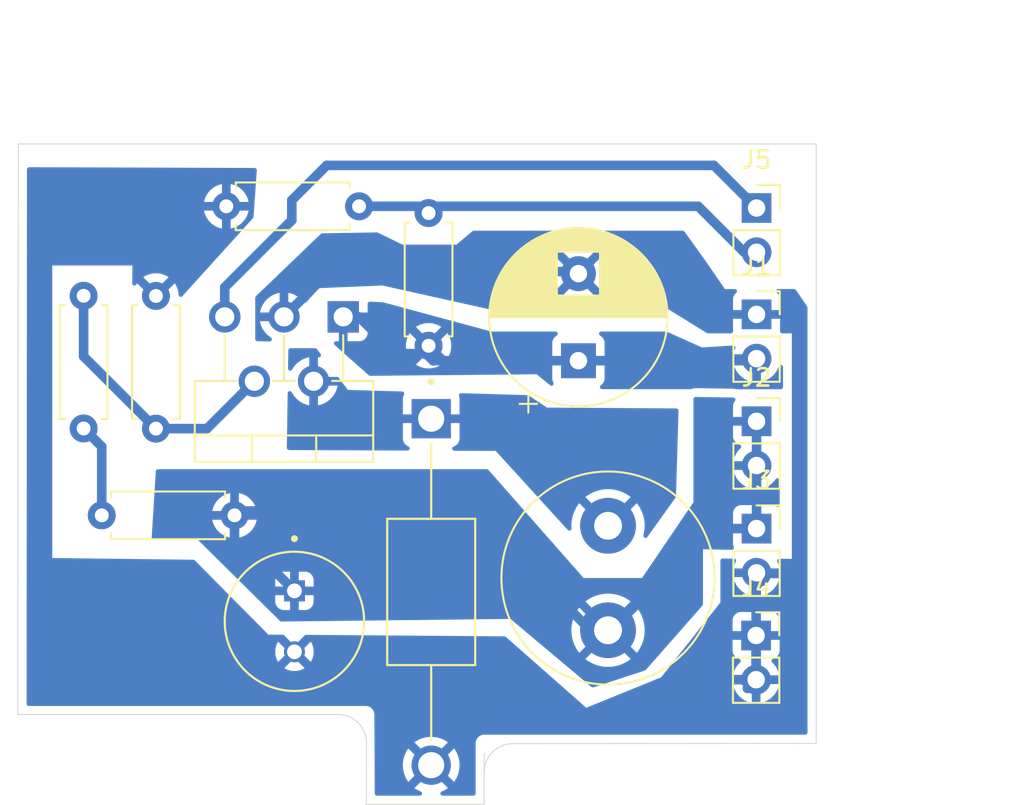
<source format=kicad_pcb>
(kicad_pcb (version 20240108) (generator "pcbnew") (generator_version "8.0")
  (layers (0 "F.Cu" signal) (31 "B.Cu" signal) (34 "B.Paste" user) (35 "F.Paste" user) (36 "B.SilkS" user "B.Silkscreen") (37 "F.SilkS" user "F.Silkscreen") (38 "B.Mask" user) (39 "F.Mask" user) (44 "Edge.Cuts" user))
  (net 0 "")
  (net 1 "GNDREF")
  (net 2 "+6V")
  (net 3 "Net-(J2-Pin_1)")
  (net 4 "Net-(D1-K)")
  (net 5 "Net-(J5-Pin_2)")
  (net 6 "Net-(J5-Pin_1)")
  (net 7 "Net-(U1-FB)")
  (net 8 "Net-(R2-1-Pad2)")
  (footprint "220UFRadialTHCAP:220uFRadialTHCAP" (layer "F.Cu") (at 175.9 47.9375 -90)
    (property "Reference" "C2" (hide yes))
    (property "Value" "220u" (hide yes))
    (fp_circle (center -4.75 0) (end -4.65 0) (stroke (width 0.2)) (fill none) (layer "F.SilkS"))
    (fp_circle (center 0 0) (end 4 0) (stroke (width 0.127)) (fill none) (layer "F.SilkS"))
    (pad "1" thru_hole rect (at -1.75 0 270) (size 1.2 1.2) (drill 0.85) (layers "*.Cu" "*.Mask") (net 3 "Net-(J2-Pin_1)"))
    (pad "2" thru_hole circle (at 1.75 0 270) (size 1.2 1.2) (drill 0.85) (layers "*.Cu" "*.Mask") (net 1 "GNDREF"))
  )
  (footprint "Resistor_THT:R_Axial_DIN0207_L6.3mm_D2.5mm_P7.62mm_Horizontal" (layer "F.Cu") (at 167.95 29.25 -90)
    (property "Reference" "R3" (hide yes))
    (property "Value" "82k")
    (fp_line (start 0.54 1.37) (end 7.08 1.37) (stroke (width 0.12)) (layer "F.SilkS"))
    (fp_line (start 7.08 1.37) (end 7.08 1.04) (stroke (width 0.12)) (layer "F.SilkS"))
    (fp_line (start 0.54 1.04) (end 0.54 1.37) (stroke (width 0.12)) (layer "F.SilkS"))
    (fp_line (start 0.54 -1.04) (end 0.54 -1.37) (stroke (width 0.12)) (layer "F.SilkS"))
    (fp_line (start 0.54 -1.37) (end 7.08 -1.37) (stroke (width 0.12)) (layer "F.SilkS"))
    (fp_line (start 7.08 -1.37) (end 7.08 -1.04) (stroke (width 0.12)) (layer "F.SilkS"))
    (pad "1" thru_hole circle (at 0 0 270) (size 1.6 1.6) (drill 0.8) (layers "*.Cu" "*.Mask") (net 1 "GNDREF"))
    (pad "2" thru_hole oval (at 7.62 0 270) (size 1.6 1.6) (drill 0.8) (layers "*.Cu" "*.Mask") (net 7 "Net-(U1-FB)"))
  )
  (footprint "Resistor_THT:R_Axial_DIN0207_L6.3mm_D2.5mm_P7.62mm_Horizontal" (layer "F.Cu") (at 179.61 24.1 180)
    (property "Reference" "R2" (hide yes))
    (property "Value" "82K")
    (fp_line (start 7.08 1.37) (end 7.08 1.04) (stroke (width 0.12)) (layer "F.SilkS"))
    (fp_line (start 7.08 -1.37) (end 7.08 -1.04) (stroke (width 0.12)) (layer "F.SilkS"))
    (fp_line (start 0.54 1.37) (end 7.08 1.37) (stroke (width 0.12)) (layer "F.SilkS"))
    (fp_line (start 0.54 1.04) (end 0.54 1.37) (stroke (width 0.12)) (layer "F.SilkS"))
    (fp_line (start 0.54 -1.04) (end 0.54 -1.37) (stroke (width 0.12)) (layer "F.SilkS"))
    (fp_line (start 0.54 -1.37) (end 7.08 -1.37) (stroke (width 0.12)) (layer "F.SilkS"))
    (pad "1" thru_hole circle (at 0 0 180) (size 1.6 1.6) (drill 0.8) (layers "*.Cu" "*.Mask") (net 5 "Net-(J5-Pin_2)"))
    (pad "2" thru_hole oval (at 7.62 0 180) (size 1.6 1.6) (drill 0.8) (layers "*.Cu" "*.Mask") (net 1 "GNDREF"))
  )
  (footprint "Inductor_THT:L_Radial_D12.0mm_P6.00mm_Murata_1900R" (layer "F.Cu") (at 193.9 48.45 90)
    (property "Reference" "L1" (hide yes))
    (property "Value" "68m" (hide yes))
    (fp_circle (center 3 0) (end 9.12 0) (stroke (width 0.12)) (fill none) (layer "F.SilkS"))
    (pad "1" thru_hole circle (at 0 0 90) (size 3.2 3.2) (drill 1.6) (layers "*.Cu" "*.Mask") (net 3 "Net-(J2-Pin_1)"))
    (pad "2" thru_hole circle (at 6 0 90) (size 3.2 3.2) (drill 1.6) (layers "*.Cu" "*.Mask") (net 4 "Net-(D1-K)"))
  )
  (footprint "Resistor_THT:R_Axial_DIN0207_L6.3mm_D2.5mm_P7.62mm_Horizontal" (layer "F.Cu") (at 183.6 32.11 90)
    (property "Reference" "R1" (hide yes))
    (property "Value" "160k")
    (fp_line (start 7.08 -1.37) (end 7.08 -1.04) (stroke (width 0.12)) (layer "F.SilkS"))
    (fp_line (start 0.54 -1.37) (end 7.08 -1.37) (stroke (width 0.12)) (layer "F.SilkS"))
    (fp_line (start 0.54 -1.04) (end 0.54 -1.37) (stroke (width 0.12)) (layer "F.SilkS"))
    (fp_line (start 0.54 1.04) (end 0.54 1.37) (stroke (width 0.12)) (layer "F.SilkS"))
    (fp_line (start 7.08 1.37) (end 7.08 1.04) (stroke (width 0.12)) (layer "F.SilkS"))
    (fp_line (start 0.54 1.37) (end 7.08 1.37) (stroke (width 0.12)) (layer "F.SilkS"))
    (pad "1" thru_hole circle (at 0 0 90) (size 1.6 1.6) (drill 0.8) (layers "*.Cu" "*.Mask") (net 2 "+6V"))
    (pad "2" thru_hole oval (at 7.62 0 90) (size 1.6 1.6) (drill 0.8) (layers "*.Cu" "*.Mask") (net 5 "Net-(J5-Pin_2)"))
  )
  (footprint "Connector_PinSocket_2.54mm:PinSocket_1x02_P2.54mm_Vertical" (layer "F.Cu") (at 202.425 36.45)
    (property "Reference" "J2" (at 0 -2.51 0) (layer "F.SilkS"))
    (property "Value" "Conn_01x02_Socket" (hide yes))
    (fp_line (start -1.33 1.27) (end -1.33 3.87) (stroke (width 0.12)) (layer "F.SilkS"))
    (fp_line (start -1.33 1.27) (end 1.33 1.27) (stroke (width 0.12)) (layer "F.SilkS"))
    (fp_line (start -1.33 3.87) (end 1.33 3.87) (stroke (width 0.12)) (layer "F.SilkS"))
    (fp_line (start 0 -1.33) (end 1.33 -1.33) (stroke (width 0.12)) (layer "F.SilkS"))
    (fp_line (start 1.33 -1.33) (end 1.33 0) (stroke (width 0.12)) (layer "F.SilkS"))
    (fp_line (start 1.33 1.27) (end 1.33 3.87) (stroke (width 0.12)) (layer "F.SilkS"))
    (pad "1" thru_hole rect (at 0 0) (size 1.7 1.7) (drill 1) (layers "*.Cu" "*.Mask") (net 3 "Net-(J2-Pin_1)"))
    (pad "2" thru_hole oval (at 0 2.54) (size 1.7 1.7) (drill 1) (layers "*.Cu" "*.Mask") (net 3 "Net-(J2-Pin_1)"))
  )
  (footprint "Resistor_THT:R_Axial_DIN0207_L6.3mm_D2.5mm_P7.62mm_Horizontal" (layer "F.Cu") (at 164.84 41.85)
    (property "Reference" "R2-2" (hide yes))
    (property "Value" "120k")
    (fp_line (start 0.54 -1.37) (end 7.08 -1.37) (stroke (width 0.12)) (layer "F.SilkS"))
    (fp_line (start 0.54 -1.04) (end 0.54 -1.37) (stroke (width 0.12)) (layer "F.SilkS"))
    (fp_line (start 0.54 1.04) (end 0.54 1.37) (stroke (width 0.12)) (layer "F.SilkS"))
    (fp_line (start 0.54 1.37) (end 7.08 1.37) (stroke (width 0.12)) (layer "F.SilkS"))
    (fp_line (start 7.08 -1.37) (end 7.08 -1.04) (stroke (width 0.12)) (layer "F.SilkS"))
    (fp_line (start 7.08 1.37) (end 7.08 1.04) (stroke (width 0.12)) (layer "F.SilkS"))
    (pad "1" thru_hole circle (at 0 0) (size 1.6 1.6) (drill 0.8) (layers "*.Cu" "*.Mask") (net 8 "Net-(R2-1-Pad2)"))
    (pad "2" thru_hole oval (at 7.62 0) (size 1.6 1.6) (drill 0.8) (layers "*.Cu" "*.Mask") (net 3 "Net-(J2-Pin_1)"))
  )
  (footprint "SchottkyDIodeFor491:DIOAD1990W125L840D530" (layer "F.Cu") (at 183.75 46.25 -90)
    (property "Reference" "D1" (hide yes))
    (property "Value" "D_Schottky")
    (fp_line (start -4.2 2.525) (end 4.2 2.525) (stroke (width 0.127)) (layer "F.SilkS"))
    (fp_line (start 4.2 2.525) (end 4.2 0) (stroke (width 0.127)) (layer "F.SilkS"))
    (fp_line (start -4.2 0) (end -4.2 2.525) (stroke (width 0.127)) (layer "F.SilkS"))
    (fp_line (start -4.2 0) (end -8.505 0) (stroke (width 0.127)) (layer "F.SilkS"))
    (fp_line (start 4.2 0) (end 8.505 0) (stroke (width 0.127)) (layer "F.SilkS"))
    (fp_line (start 4.2 0) (end 4.2 -2.525) (stroke (width 0.127)) (layer "F.SilkS"))
    (fp_line (start -4.2 -2.525) (end -4.2 0) (stroke (width 0.127)) (layer "F.SilkS"))
    (fp_line (start 4.2 -2.525) (end -4.2 -2.525) (stroke (width 0.127)) (layer "F.SilkS"))
    (fp_circle (center -12.075 0) (end -11.975 0) (stroke (width 0.2)) (fill none) (layer "F.SilkS"))
    (pad "1" thru_hole rect (at -9.95 0 270) (size 2.25 2.25) (drill 1.5) (layers "*.Cu" "*.Mask") (net 4 "Net-(D1-K)"))
    (pad "2" thru_hole circle (at 9.95 0 270) (size 2.25 2.25) (drill 1.5) (layers "*.Cu" "*.Mask") (net 1 "GNDREF"))
  )
  (footprint "Connector_PinSocket_2.54mm:PinSocket_1x02_P2.54mm_Vertical" (layer "F.Cu") (at 202.425 30.31)
    (property "Reference" "J1" (at 0 -2.77 0) (layer "F.SilkS"))
    (property "Value" "Conn_01x02_Socket" (hide yes))
    (fp_line (start -1.33 1.27) (end -1.33 3.87) (stroke (width 0.12)) (layer "F.SilkS"))
    (fp_line (start -1.33 1.27) (end 1.33 1.27) (stroke (width 0.12)) (layer "F.SilkS"))
    (fp_line (start -1.33 3.87) (end 1.33 3.87) (stroke (width 0.12)) (layer "F.SilkS"))
    (fp_line (start 0 -1.33) (end 1.33 -1.33) (stroke (width 0.12)) (layer "F.SilkS"))
    (fp_line (start 1.33 -1.33) (end 1.33 0) (stroke (width 0.12)) (layer "F.SilkS"))
    (fp_line (start 1.33 1.27) (end 1.33 3.87) (stroke (width 0.12)) (layer "F.SilkS"))
    (pad "1" thru_hole rect (at 0 0) (size 1.7 1.7) (drill 1) (layers "*.Cu" "*.Mask") (net 1 "GNDREF"))
    (pad "2" thru_hole oval (at 0 2.54) (size 1.7 1.7) (drill 1) (layers "*.Cu" "*.Mask") (net 2 "+6V"))
  )
  (footprint "Package_TO_SOT_THT:TO-220-5_P3.4x3.7mm_StaggerOdd_Lead3.8mm_Vertical" (layer "F.Cu") (at 178.7 30.45 180)
    (property "Reference" "U1" (hide yes))
    (property "Value" "LM2596T-3.3")
    (fp_line (start 8.52 -8.32) (end 8.52 -3.679) (stroke (width 0.12)) (layer "F.SilkS"))
    (fp_line (start 6.8 -3.679) (end 6.8 -1.065) (stroke (width 0.12)) (layer "F.SilkS"))
    (fp_line (start 6.165 -3.679) (end 8.52 -3.679) (stroke (width 0.12)) (layer "F.SilkS"))
    (fp_line (start 5.25 -8.32) (end 5.25 -6.811) (stroke (width 0.12)) (layer "F.SilkS"))
    (fp_line (start 3.4 -3.679) (end 3.4 -1.065) (stroke (width 0.12)) (layer "F.SilkS"))
    (fp_line (start 2.765 -3.679) (end 4.035 -3.679) (stroke (width 0.12)) (layer "F.SilkS"))
    (fp_line (start 1.55 -8.32) (end 1.55 -6.811) (stroke (width 0.12)) (layer "F.SilkS"))
    (fp_line (start 0 -3.679) (end 0 -1.049) (stroke (width 0.12)) (layer "F.SilkS"))
    (fp_line (start -1.721 -3.679) (end 0.635 -3.679) (stroke (width 0.12)) (layer "F.SilkS"))
    (fp_line (start -1.721 -6.811) (end 8.52 -6.811) (stroke (width 0.12)) (layer "F.SilkS"))
    (fp_line (start -1.721 -8.32) (end 8.52 -8.32) (stroke (width 0.12)) (layer "F.SilkS"))
    (fp_line (start -1.721 -8.32) (end -1.721 -3.679) (stroke (width 0.12)) (layer "F.SilkS"))
    (pad "1" thru_hole rect (at 0 0 180) (size 1.8 1.8) (drill 1.1) (layers "*.Cu" "*.Mask") (net 2 "+6V"))
    (pad "2" thru_hole oval (at 1.7 -3.7 180) (size 1.8 1.8) (drill 1.1) (layers "*.Cu" "*.Mask") (net 4 "Net-(D1-K)"))
    (pad "3" thru_hole oval (at 3.4 0 180) (size 1.8 1.8) (drill 1.1) (layers "*.Cu" "*.Mask") (net 1 "GNDREF"))
    (pad "4" thru_hole oval (at 5.1 -3.7 180) (size 1.8 1.8) (drill 1.1) (layers "*.Cu" "*.Mask") (net 7 "Net-(U1-FB)"))
    (pad "5" thru_hole oval (at 6.8 0 180) (size 1.8 1.8) (drill 1.1) (layers "*.Cu" "*.Mask") (net 6 "Net-(J5-Pin_1)"))
  )
  (footprint "Connector_PinSocket_2.54mm:PinSocket_1x02_P2.54mm_Vertical" (layer "F.Cu") (at 202.425 42.61)
    (property "Reference" "J3" (at 0 -2.77 0) (layer "F.SilkS"))
    (property "Value" "Conn_01x02_Socket" (hide yes))
    (fp_line (start -1.33 1.27) (end -1.33 3.87) (stroke (width 0.12)) (layer "F.SilkS"))
    (fp_line (start -1.33 1.27) (end 1.33 1.27) (stroke (width 0.12)) (layer "F.SilkS"))
    (fp_line (start -1.33 3.87) (end 1.33 3.87) (stroke (width 0.12)) (layer "F.SilkS"))
    (fp_line (start 0 -1.33) (end 1.33 -1.33) (stroke (width 0.12)) (layer "F.SilkS"))
    (fp_line (start 1.33 -1.33) (end 1.33 0) (stroke (width 0.12)) (layer "F.SilkS"))
    (fp_line (start 1.33 1.27) (end 1.33 3.87) (stroke (width 0.12)) (layer "F.SilkS"))
    (pad "1" thru_hole rect (at 0 0) (size 1.7 1.7) (drill 1) (layers "*.Cu" "*.Mask") (net 3 "Net-(J2-Pin_1)"))
    (pad "2" thru_hole oval (at 0 2.54) (size 1.7 1.7) (drill 1) (layers "*.Cu" "*.Mask") (net 1 "GNDREF"))
  )
  (footprint "Resistor_THT:R_Axial_DIN0207_L6.3mm_D2.5mm_P7.62mm_Horizontal" (layer "F.Cu") (at 163.8 29.24 -90)
    (property "Reference" "R2-1" (hide yes))
    (property "Value" "18k")
    (fp_line (start 0.54 1.37) (end 7.08 1.37) (stroke (width 0.12)) (layer "F.SilkS"))
    (fp_line (start 7.08 1.37) (end 7.08 1.04) (stroke (width 0.12)) (layer "F.SilkS"))
    (fp_line (start 0.54 1.04) (end 0.54 1.37) (stroke (width 0.12)) (layer "F.SilkS"))
    (fp_line (start 0.54 -1.04) (end 0.54 -1.37) (stroke (width 0.12)) (layer "F.SilkS"))
    (fp_line (start 0.54 -1.37) (end 7.08 -1.37) (stroke (width 0.12)) (layer "F.SilkS"))
    (fp_line (start 7.08 -1.37) (end 7.08 -1.04) (stroke (width 0.12)) (layer "F.SilkS"))
    (pad "1" thru_hole circle (at 0 0 270) (size 1.6 1.6) (drill 0.8) (layers "*.Cu" "*.Mask") (net 7 "Net-(U1-FB)"))
    (pad "2" thru_hole oval (at 7.62 0 270) (size 1.6 1.6) (drill 0.8) (layers "*.Cu" "*.Mask") (net 8 "Net-(R2-1-Pad2)"))
  )
  (footprint "Connector_PinSocket_2.54mm:PinSocket_1x02_P2.54mm_Vertical" (layer "F.Cu") (at 202.425 24.2)
    (property "Reference" "J5" (at 0 -2.77 0) (layer "F.SilkS"))
    (property "Value" "Conn_01x02_Socket" (hide yes))
    (fp_line (start -1.33 1.27) (end -1.33 3.87) (stroke (width 0.12)) (layer "F.SilkS"))
    (fp_line (start -1.33 1.27) (end 1.33 1.27) (stroke (width 0.12)) (layer "F.SilkS"))
    (fp_line (start -1.33 3.87) (end 1.33 3.87) (stroke (width 0.12)) (layer "F.SilkS"))
    (fp_line (start 0 -1.33) (end 1.33 -1.33) (stroke (width 0.12)) (layer "F.SilkS"))
    (fp_line (start 1.33 -1.33) (end 1.33 0) (stroke (width 0.12)) (layer "F.SilkS"))
    (fp_line (start 1.33 1.27) (end 1.33 3.87) (stroke (width 0.12)) (layer "F.SilkS"))
    (pad "1" thru_hole rect (at 0 0) (size 1.7 1.7) (drill 1) (layers "*.Cu" "*.Mask") (net 6 "Net-(J5-Pin_1)"))
    (pad "2" thru_hole oval (at 0 2.54) (size 1.7 1.7) (drill 1) (layers "*.Cu" "*.Mask") (net 5 "Net-(J5-Pin_2)"))
  )
  (footprint "Connector_PinSocket_2.54mm:PinSocket_1x02_P2.54mm_Vertical" (layer "F.Cu") (at 202.4 48.75)
    (property "Reference" "J4" (at 0 -2.77 0) (layer "F.SilkS"))
    (property "Value" "Conn_01x02_Socket" (hide yes))
    (fp_line (start -1.33 1.27) (end -1.33 3.87) (stroke (width 0.12)) (layer "F.SilkS"))
    (fp_line (start -1.33 1.27) (end 1.33 1.27) (stroke (width 0.12)) (layer "F.SilkS"))
    (fp_line (start -1.33 3.87) (end 1.33 3.87) (stroke (width 0.12)) (layer "F.SilkS"))
    (fp_line (start 0 -1.33) (end 1.33 -1.33) (stroke (width 0.12)) (layer "F.SilkS"))
    (fp_line (start 1.33 -1.33) (end 1.33 0) (stroke (width 0.12)) (layer "F.SilkS"))
    (fp_line (start 1.33 1.27) (end 1.33 3.87) (stroke (width 0.12)) (layer "F.SilkS"))
    (pad "1" thru_hole rect (at 0 0) (size 1.7 1.7) (drill 1) (layers "*.Cu" "*.Mask") (net 1 "GNDREF"))
    (pad "2" thru_hole oval (at 0 2.54) (size 1.7 1.7) (drill 1) (layers "*.Cu" "*.Mask") (net 1 "GNDREF"))
  )
  (footprint "Capacitor_THT:CP_Radial_D10.0mm_P5.00mm" (layer "F.Cu") (at 192.2 32.967677 90)
    (property "Reference" "C1" (hide yes))
    (property "Value" "470 uF" (hide yes))
    (fp_line (start 2.58 -5.08) (end 2.58 5.08) (stroke (width 0.12)) (layer "F.SilkS"))
    (fp_line (start 2.54 -5.08) (end 2.54 5.08) (stroke (width 0.12)) (layer "F.SilkS"))
    (fp_line (start 2.5 -5.08) (end 2.5 5.08) (stroke (width 0.12)) (layer "F.SilkS"))
    (fp_line (start 2.62 -5.079) (end 2.62 5.079) (stroke (width 0.12)) (layer "F.SilkS"))
    (fp_line (start 2.66 -5.078) (end 2.66 5.078) (stroke (width 0.12)) (layer "F.SilkS"))
    (fp_line (start 2.7 -5.077) (end 2.7 5.077) (stroke (width 0.12)) (layer "F.SilkS"))
    (fp_line (start 2.74 -5.075) (end 2.74 5.075) (stroke (width 0.12)) (layer "F.SilkS"))
    (fp_line (start 2.78 -5.073) (end 2.78 5.073) (stroke (width 0.12)) (layer "F.SilkS"))
    (fp_line (start 2.82 -5.07) (end 2.82 5.07) (stroke (width 0.12)) (layer "F.SilkS"))
    (fp_line (start 2.86 -5.068) (end 2.86 5.068) (stroke (width 0.12)) (layer "F.SilkS"))
    (fp_line (start 2.9 -5.065) (end 2.9 5.065) (stroke (width 0.12)) (layer "F.SilkS"))
    (fp_line (start 2.94 -5.062) (end 2.94 5.062) (stroke (width 0.12)) (layer "F.SilkS"))
    (fp_line (start 2.98 -5.058) (end 2.98 5.058) (stroke (width 0.12)) (layer "F.SilkS"))
    (fp_line (start 3.02 -5.054) (end 3.02 5.054) (stroke (width 0.12)) (layer "F.SilkS"))
    (fp_line (start 3.06 -5.05) (end 3.06 5.05) (stroke (width 0.12)) (layer "F.SilkS"))
    (fp_line (start 3.1 -5.045) (end 3.1 5.045) (stroke (width 0.12)) (layer "F.SilkS"))
    (fp_line (start 3.14 -5.04) (end 3.14 5.04) (stroke (width 0.12)) (layer "F.SilkS"))
    (fp_line (start 3.18 -5.035) (end 3.18 5.035) (stroke (width 0.12)) (layer "F.SilkS"))
    (fp_line (start 3.221 -5.03) (end 3.221 5.03) (stroke (width 0.12)) (layer "F.SilkS"))
    (fp_line (start 3.261 -5.024) (end 3.261 5.024) (stroke (width 0.12)) (layer "F.SilkS"))
    (fp_line (start 3.301 -5.018) (end 3.301 5.018) (stroke (width 0.12)) (layer "F.SilkS"))
    (fp_line (start 3.341 -5.011) (end 3.341 5.011) (stroke (width 0.12)) (layer "F.SilkS"))
    (fp_line (start 3.381 -5.004) (end 3.381 5.004) (stroke (width 0.12)) (layer "F.SilkS"))
    (fp_line (start 3.421 -4.997) (end 3.421 4.997) (stroke (width 0.12)) (layer "F.SilkS"))
    (fp_line (start 3.461 -4.99) (end 3.461 4.99) (stroke (width 0.12)) (layer "F.SilkS"))
    (fp_line (start 3.501 -4.982) (end 3.501 4.982) (stroke (width 0.12)) (layer "F.SilkS"))
    (fp_line (start 3.541 -4.974) (end 3.541 4.974) (stroke (width 0.12)) (layer "F.SilkS"))
    (fp_line (start 3.581 -4.965) (end 3.581 4.965) (stroke (width 0.12)) (layer "F.SilkS"))
    (fp_line (start 3.621 -4.956) (end 3.621 4.956) (stroke (width 0.12)) (layer "F.SilkS"))
    (fp_line (start 3.661 -4.947) (end 3.661 4.947) (stroke (width 0.12)) (layer "F.SilkS"))
    (fp_line (start 3.701 -4.938) (end 3.701 4.938) (stroke (width 0.12)) (layer "F.SilkS"))
    (fp_line (start 3.741 -4.928) (end 3.741 4.928) (stroke (width 0.12)) (layer "F.SilkS"))
    (fp_line (start 3.781 -4.918) (end 3.781 -1.241) (stroke (width 0.12)) (layer "F.SilkS"))
    (fp_line (start 3.821 -4.907) (end 3.821 -1.241) (stroke (width 0.12)) (layer "F.SilkS"))
    (fp_line (start 3.861 -4.897) (end 3.861 -1.241) (stroke (width 0.12)) (layer "F.SilkS"))
    (fp_line (start 3.901 -4.885) (end 3.901 -1.241) (stroke (width 0.12)) (layer "F.SilkS"))
    (fp_line (start 3.941 -4.874) (end 3.941 -1.241) (stroke (width 0.12)) (layer "F.SilkS"))
    (fp_line (start 3.981 -4.862) (end 3.981 -1.241) (stroke (width 0.12)) (layer "F.SilkS"))
    (fp_line (start 4.021 -4.85) (end 4.021 -1.241) (stroke (width 0.12)) (layer "F.SilkS"))
    (fp_line (start 4.061 -4.837) (end 4.061 -1.241) (stroke (width 0.12)) (layer "F.SilkS"))
    (fp_line (start 4.101 -4.824) (end 4.101 -1.241) (stroke (width 0.12)) (layer "F.SilkS"))
    (fp_line (start 4.141 -4.811) (end 4.141 -1.241) (stroke (width 0.12)) (layer "F.SilkS"))
    (fp_line (start 4.181 -4.797) (end 4.181 -1.241) (stroke (width 0.12)) (layer "F.SilkS"))
    (fp_line (start 4.221 -4.783) (end 4.221 -1.241) (stroke (width 0.12)) (layer "F.SilkS"))
    (fp_line (start 4.261 -4.768) (end 4.261 -1.241) (stroke (width 0.12)) (layer "F.SilkS"))
    (fp_line (start 4.301 -4.754) (end 4.301 -1.241) (stroke (width 0.12)) (layer "F.SilkS"))
    (fp_line (start 4.341 -4.738) (end 4.341 -1.241) (stroke (width 0.12)) (layer "F.SilkS"))
    (fp_line (start 4.381 -4.723) (end 4.381 -1.241) (stroke (width 0.12)) (layer "F.SilkS"))
    (fp_line (start 4.421 -4.707) (end 4.421 -1.241) (stroke (width 0.12)) (layer "F.SilkS"))
    (fp_line (start 4.461 -4.69) (end 4.461 -1.241) (stroke (width 0.12)) (layer "F.SilkS"))
    (fp_line (start 4.501 -4.674) (end 4.501 -1.241) (stroke (width 0.12)) (layer "F.SilkS"))
    (fp_line (start 4.541 -4.657) (end 4.541 -1.241) (stroke (width 0.12)) (layer "F.SilkS"))
    (fp_line (start 4.581 -4.639) (end 4.581 -1.241) (stroke (width 0.12)) (layer "F.SilkS"))
    (fp_line (start 4.621 -4.621) (end 4.621 -1.241) (stroke (width 0.12)) (layer "F.SilkS"))
    (fp_line (start 4.661 -4.603) (end 4.661 -1.241) (stroke (width 0.12)) (layer "F.SilkS"))
    (fp_line (start 4.701 -4.584) (end 4.701 -1.241) (stroke (width 0.12)) (layer "F.SilkS"))
    (fp_line (start 4.741 -4.564) (end 4.741 -1.241) (stroke (width 0.12)) (layer "F.SilkS"))
    (fp_line (start 4.781 -4.545) (end 4.781 -1.241) (stroke (width 0.12)) (layer "F.SilkS"))
    (fp_line (start 4.821 -4.525) (end 4.821 -1.241) (stroke (width 0.12)) (layer "F.SilkS"))
    (fp_line (start 4.861 -4.504) (end 4.861 -1.241) (stroke (width 0.12)) (layer "F.SilkS"))
    (fp_line (start 4.901 -4.483) (end 4.901 -1.241) (stroke (width 0.12)) (layer "F.SilkS"))
    (fp_line (start 4.941 -4.462) (end 4.941 -1.241) (stroke (width 0.12)) (layer "F.SilkS"))
    (fp_line (start 4.981 -4.44) (end 4.981 -1.241) (stroke (width 0.12)) (layer "F.SilkS"))
    (fp_line (start 5.021 -4.417) (end 5.021 -1.241) (stroke (width 0.12)) (layer "F.SilkS"))
    (fp_line (start 5.061 -4.395) (end 5.061 -1.241) (stroke (width 0.12)) (layer "F.SilkS"))
    (fp_line (start 5.101 -4.371) (end 5.101 -1.241) (stroke (width 0.12)) (layer "F.SilkS"))
    (fp_line (start 5.141 -4.347) (end 5.141 -1.241) (stroke (width 0.12)) (layer "F.SilkS"))
    (fp_line (start 5.181 -4.323) (end 5.181 -1.241) (stroke (width 0.12)) (layer "F.SilkS"))
    (fp_line (start 5.221 -4.298) (end 5.221 -1.241) (stroke (width 0.12)) (layer "F.SilkS"))
    (fp_line (start 5.261 -4.273) (end 5.261 -1.241) (stroke (width 0.12)) (layer "F.SilkS"))
    (fp_line (start 5.301 -4.247) (end 5.301 -1.241) (stroke (width 0.12)) (layer "F.SilkS"))
    (fp_line (start 5.341 -4.221) (end 5.341 -1.241) (stroke (width 0.12)) (layer "F.SilkS"))
    (fp_line (start 5.381 -4.194) (end 5.381 -1.241) (stroke (width 0.12)) (layer "F.SilkS"))
    (fp_line (start 5.421 -4.166) (end 5.421 -1.241) (stroke (width 0.12)) (layer "F.SilkS"))
    (fp_line (start 5.461 -4.138) (end 5.461 -1.241) (stroke (width 0.12)) (layer "F.SilkS"))
    (fp_line (start 5.501 -4.11) (end 5.501 -1.241) (stroke (width 0.12)) (layer "F.SilkS"))
    (fp_line (start 5.541 -4.08) (end 5.541 -1.241) (stroke (width 0.12)) (layer "F.SilkS"))
    (fp_line (start 5.581 -4.05) (end 5.581 -1.241) (stroke (width 0.12)) (layer "F.SilkS"))
    (fp_line (start 5.621 -4.02) (end 5.621 -1.241) (stroke (width 0.12)) (layer "F.SilkS"))
    (fp_line (start 5.661 -3.989) (end 5.661 -1.241) (stroke (width 0.12)) (layer "F.SilkS"))
    (fp_line (start 5.701 -3.957) (end 5.701 -1.241) (stroke (width 0.12)) (layer "F.SilkS"))
    (fp_line (start 5.741 -3.925) (end 5.741 -1.241) (stroke (width 0.12)) (layer "F.SilkS"))
    (fp_line (start 5.781 -3.892) (end 5.781 -1.241) (stroke (width 0.12)) (layer "F.SilkS"))
    (fp_line (start 5.821 -3.858) (end 5.821 -1.241) (stroke (width 0.12)) (layer "F.SilkS"))
    (fp_line (start 5.861 -3.824) (end 5.861 -1.241) (stroke (width 0.12)) (layer "F.SilkS"))
    (fp_line (start 5.901 -3.789) (end 5.901 -1.241) (stroke (width 0.12)) (layer "F.SilkS"))
    (fp_line (start 5.941 -3.753) (end 5.941 -1.241) (stroke (width 0.12)) (layer "F.SilkS"))
    (fp_line (start 5.981 -3.716) (end 5.981 -1.241) (stroke (width 0.12)) (layer "F.SilkS"))
    (fp_line (start 6.021 -3.679) (end 6.021 -1.241) (stroke (width 0.12)) (layer "F.SilkS"))
    (fp_line (start 6.061 -3.64) (end 6.061 -1.241) (stroke (width 0.12)) (layer "F.SilkS"))
    (fp_line (start 6.101 -3.601) (end 6.101 -1.241) (stroke (width 0.12)) (layer "F.SilkS"))
    (fp_line (start 6.141 -3.561) (end 6.141 -1.241) (stroke (width 0.12)) (layer "F.SilkS"))
    (fp_line (start 6.181 -3.52) (end 6.181 -1.241) (stroke (width 0.12)) (layer "F.SilkS"))
    (fp_line (start 6.221 -3.478) (end 6.221 -1.241) (stroke (width 0.12)) (layer "F.SilkS"))
    (fp_line (start 6.261 -3.436) (end 6.261 3.436) (stroke (width 0.12)) (layer "F.SilkS"))
    (fp_line (start 6.301 -3.392) (end 6.301 3.392) (stroke (width 0.12)) (layer "F.SilkS"))
    (fp_line (start -2.479646 -3.375) (end -2.479646 -2.375) (stroke (width 0.12)) (layer "F.SilkS"))
    (fp_line (start 6.341 -3.347) (end 6.341 3.347) (stroke (width 0.12)) (layer "F.SilkS"))
    (fp_line (start 6.381 -3.301) (end 6.381 3.301) (stroke (width 0.12)) (layer "F.SilkS"))
    (fp_line (start 6.421 -3.254) (end 6.421 3.254) (stroke (width 0.12)) (layer "F.SilkS"))
    (fp_line (start 6.461 -3.206) (end 6.461 3.206) (stroke (width 0.12)) (layer "F.SilkS"))
    (fp_line (start 6.501 -3.156) (end 6.501 3.156) (stroke (width 0.12)) (layer "F.SilkS"))
    (fp_line (start 6.541 -3.106) (end 6.541 3.106) (stroke (width 0.12)) (layer "F.SilkS"))
    (fp_line (start 6.581 -3.054) (end 6.581 3.054) (stroke (width 0.12)) (layer "F.SilkS"))
    (fp_line (start 6.621 -3) (end 6.621 3) (stroke (width 0.12)) (layer "F.SilkS"))
    (fp_line (start 6.661 -2.945) (end 6.661 2.945) (stroke (width 0.12)) (layer "F.SilkS"))
    (fp_line (start 6.701 -2.889) (end 6.701 2.889) (stroke (width 0.12)) (layer "F.SilkS"))
    (fp_line (start -2.979646 -2.875) (end -1.979646 -2.875) (stroke (width 0.12)) (layer "F.SilkS"))
    (fp_line (start 6.741 -2.83) (end 6.741 2.83) (stroke (width 0.12)) (layer "F.SilkS"))
    (fp_line (start 6.781 -2.77) (end 6.781 2.77) (stroke (width 0.12)) (layer "F.SilkS"))
    (fp_line (start 6.821 -2.709) (end 6.821 2.709) (stroke (width 0.12)) (layer "F.SilkS"))
    (fp_line (start 6.861 -2.645) (end 6.861 2.645) (stroke (width 0.12)) (layer "F.SilkS"))
    (fp_line (start 6.901 -2.579) (end 6.901 2.579) (stroke (width 0.12)) (layer "F.SilkS"))
    (fp_line (start 6.941 -2.51) (end 6.941 2.51) (stroke (width 0.12)) (layer "F.SilkS"))
    (fp_line (start 6.981 -2.439) (end 6.981 2.439) (stroke (width 0.12)) (layer "F.SilkS"))
    (fp_line (start 7.021 -2.365) (end 7.021 2.365) (stroke (width 0.12)) (layer "F.SilkS"))
    (fp_line (start 7.061 -2.289) (end 7.061 2.289) (stroke (width 0.12)) (layer "F.SilkS"))
    (fp_line (start 7.101 -2.209) (end 7.101 2.209) (stroke (width 0.12)) (layer "F.SilkS"))
    (fp_line (start 7.141 -2.125) (end 7.141 2.125) (stroke (width 0.12)) (layer "F.SilkS"))
    (fp_line (start 7.181 -2.037) (end 7.181 2.037) (stroke (width 0.12)) (layer "F.SilkS"))
    (fp_line (start 7.221 -1.944) (end 7.221 1.944) (stroke (width 0.12)) (layer "F.SilkS"))
    (fp_line (start 7.261 -1.846) (end 7.261 1.846) (stroke (width 0.12)) (layer "F.SilkS"))
    (fp_line (start 7.301 -1.742) (end 7.301 1.742) (stroke (width 0.12)) (layer "F.SilkS"))
    (fp_line (start 7.341 -1.63) (end 7.341 1.63) (stroke (width 0.12)) (layer "F.SilkS"))
    (fp_line (start 7.381 -1.51) (end 7.381 1.51) (stroke (width 0.12)) (layer "F.SilkS"))
    (fp_line (start 7.421 -1.378) (end 7.421 1.378) (stroke (width 0.12)) (layer "F.SilkS"))
    (fp_line (start 7.461 -1.23) (end 7.461 1.23) (stroke (width 0.12)) (layer "F.SilkS"))
    (fp_line (start 7.501 -1.062) (end 7.501 1.062) (stroke (width 0.12)) (layer "F.SilkS"))
    (fp_line (start 7.541 -0.862) (end 7.541 0.862) (stroke (width 0.12)) (layer "F.SilkS"))
    (fp_line (start 7.581 -0.599) (end 7.581 0.599) (stroke (width 0.12)) (layer "F.SilkS"))
    (fp_line (start 6.221 1.241) (end 6.221 3.478) (stroke (width 0.12)) (layer "F.SilkS"))
    (fp_line (start 6.181 1.241) (end 6.181 3.52) (stroke (width 0.12)) (layer "F.SilkS"))
    (fp_line (start 6.141 1.241) (end 6.141 3.561) (stroke (width 0.12)) (layer "F.SilkS"))
    (fp_line (start 6.101 1.241) (end 6.101 3.601) (stroke (width 0.12)) (layer "F.SilkS"))
    (fp_line (start 6.061 1.241) (end 6.061 3.64) (stroke (width 0.12)) (layer "F.SilkS"))
    (fp_line (start 6.021 1.241) (end 6.021 3.679) (stroke (width 0.12)) (layer "F.SilkS"))
    (fp_line (start 5.981 1.241) (end 5.981 3.716) (stroke (width 0.12)) (layer "F.SilkS"))
    (fp_line (start 5.941 1.241) (end 5.941 3.753) (stroke (width 0.12)) (layer "F.SilkS"))
    (fp_line (start 5.901 1.241) (end 5.901 3.789) (stroke (width 0.12)) (layer "F.SilkS"))
    (fp_line (start 5.861 1.241) (end 5.861 3.824) (stroke (width 0.12)) (layer "F.SilkS"))
    (fp_line (start 5.821 1.241) (end 5.821 3.858) (stroke (width 0.12)) (layer "F.SilkS"))
    (fp_line (start 5.781 1.241) (end 5.781 3.892) (stroke (width 0.12)) (layer "F.SilkS"))
    (fp_line (start 5.741 1.241) (end 5.741 3.925) (stroke (width 0.12)) (layer "F.SilkS"))
    (fp_line (start 5.701 1.241) (end 5.701 3.957) (stroke (width 0.12)) (layer "F.SilkS"))
    (fp_line (start 5.661 1.241) (end 5.661 3.989) (stroke (width 0.12)) (layer "F.SilkS"))
    (fp_line (start 5.621 1.241) (end 5.621 4.02) (stroke (width 0.12)) (layer "F.SilkS"))
    (fp_line (start 5.581 1.241) (end 5.581 4.05) (stroke (width 0.12)) (layer "F.SilkS"))
    (fp_line (start 5.541 1.241) (end 5.541 4.08) (stroke (width 0.12)) (layer "F.SilkS"))
    (fp_line (start 5.501 1.241) (end 5.501 4.11) (stroke (width 0.12)) (layer "F.SilkS"))
    (fp_line (start 5.461 1.241) (end 5.461 4.138) (stroke (width 0.12)) (layer "F.SilkS"))
    (fp_line (start 5.421 1.241) (end 5.421 4.166) (stroke (width 0.12)) (layer "F.SilkS"))
    (fp_line (start 5.381 1.241) (end 5.381 4.194) (stroke (width 0.12)) (layer "F.SilkS"))
    (fp_line (start 5.341 1.241) (end 5.341 4.221) (stroke (width 0.12)) (layer "F.SilkS"))
    (fp_line (start 5.301 1.241) (end 5.301 4.247) (stroke (width 0.12)) (layer "F.SilkS"))
    (fp_line (start 5.261 1.241) (end 5.261 4.273) (stroke (width 0.12)) (layer "F.SilkS"))
    (fp_line (start 5.221 1.241) (end 5.221 4.298) (stroke (width 0.12)) (layer "F.SilkS"))
    (fp_line (start 5.181 1.241) (end 5.181 4.323) (stroke (width 0.12)) (layer "F.SilkS"))
    (fp_line (start 5.141 1.241) (end 5.141 4.347) (stroke (width 0.12)) (layer "F.SilkS"))
    (fp_line (start 5.101 1.241) (end 5.101 4.371) (stroke (width 0.12)) (layer "F.SilkS"))
    (fp_line (start 5.061 1.241) (end 5.061 4.395) (stroke (width 0.12)) (layer "F.SilkS"))
    (fp_line (start 5.021 1.241) (end 5.021 4.417) (stroke (width 0.12)) (layer "F.SilkS"))
    (fp_line (start 4.981 1.241) (end 4.981 4.44) (stroke (width 0.12)) (layer "F.SilkS"))
    (fp_line (start 4.941 1.241) (end 4.941 4.462) (stroke (width 0.12)) (layer "F.SilkS"))
    (fp_line (start 4.901 1.241) (end 4.901 4.483) (stroke (width 0.12)) (layer "F.SilkS"))
    (fp_line (start 4.861 1.241) (end 4.861 4.504) (stroke (width 0.12)) (layer "F.SilkS"))
    (fp_line (start 4.821 1.241) (end 4.821 4.525) (stroke (width 0.12)) (layer "F.SilkS"))
    (fp_line (start 4.781 1.241) (end 4.781 4.545) (stroke (width 0.12)) (layer "F.SilkS"))
    (fp_line (start 4.741 1.241) (end 4.741 4.564) (stroke (width 0.12)) (layer "F.SilkS"))
    (fp_line (start 4.701 1.241) (end 4.701 4.584) (stroke (width 0.12)) (layer "F.SilkS"))
    (fp_line (start 4.661 1.241) (end 4.661 4.603) (stroke (width 0.12)) (layer "F.SilkS"))
    (fp_line (start 4.621 1.241) (end 4.621 4.621) (stroke (width 0.12)) (layer "F.SilkS"))
    (fp_line (start 4.581 1.241) (end 4.581 4.639) (stroke (width 0.12)) (layer "F.SilkS"))
    (fp_line (start 4.541 1.241) (end 4.541 4.657) (stroke (width 0.12)) (layer "F.SilkS"))
    (fp_line (start 4.501 1.241) (end 4.501 4.674) (stroke (width 0.12)) (layer "F.SilkS"))
    (fp_line (start 4.461 1.241) (end 4.461 4.69) (stroke (width 0.12)) (layer "F.SilkS"))
    (fp_line (start 4.421 1.241) (end 4.421 4.707) (stroke (width 0.12)) (layer "F.SilkS"))
    (fp_line (start 4.381 1.241) (end 4.381 4.723) (stroke (width 0.12)) (layer "F.SilkS"))
    (fp_line (start 4.341 1.241) (end 4.341 4.738) (stroke (width 0.12)) (layer "F.SilkS"))
    (fp_line (start 4.301 1.241) (end 4.301 4.754) (stroke (width 0.12)) (layer "F.SilkS"))
    (fp_line (start 4.261 1.241) (end 4.261 4.768) (stroke (width 0.12)) (layer "F.SilkS"))
    (fp_line (start 4.221 1.241) (end 4.221 4.783) (stroke (width 0.12)) (layer "F.SilkS"))
    (fp_line (start 4.181 1.241) (end 4.181 4.797) (stroke (width 0.12)) (layer "F.SilkS"))
    (fp_line (start 4.141 1.241) (end 4.141 4.811) (stroke (width 0.12)) (layer "F.SilkS"))
    (fp_line (start 4.101 1.241) (end 4.101 4.824) (stroke (width 0.12)) (layer "F.SilkS"))
    (fp_line (start 4.061 1.241) (end 4.061 4.837) (stroke (width 0.12)) (layer "F.SilkS"))
    (fp_line (start 4.021 1.241) (end 4.021 4.85) (stroke (width 0.12)) (layer "F.SilkS"))
    (fp_line (start 3.981 1.241) (end 3.981 4.862) (stroke (width 0.12)) (layer "F.SilkS"))
    (fp_line (start 3.941 1.241) (end 3.941 4.874) (stroke (width 0.12)) (layer "F.SilkS"))
    (fp_line (start 3.901 1.241) (end 3.901 4.885) (stroke (width 0.12)) (layer "F.SilkS"))
    (fp_line (start 3.861 1.241) (end 3.861 4.897) (stroke (width 0.12)) (layer "F.SilkS"))
    (fp_line (start 3.821 1.241) (end 3.821 4.907) (stroke (width 0.12)) (layer "F.SilkS"))
    (fp_line (start 3.781 1.241) (end 3.781 4.918) (stroke (width 0.12)) (layer "F.SilkS"))
    (fp_circle (center 2.5 0) (end 7.62 0) (stroke (width 0.12)) (fill none) (layer "F.SilkS"))
    (pad "1" thru_hole rect (at 0 0 90) (size 2 2) (drill 1) (layers "*.Cu" "*.Mask") (net 2 "+6V"))
    (pad "2" thru_hole circle (at 5 0 90) (size 2 2) (drill 1) (layers "*.Cu" "*.Mask") (net 1 "GNDREF"))
  )
  (gr_line (start 188.4172 54.9656) (end 205.85 54.95) (stroke (width 0.05)) (layer "Edge.Cuts"))
  (gr_line (start 205.85 54.95) (end 205.85 20.5232) (stroke (width 0.05)) (layer "Edge.Cuts"))
  (gr_arc (start 186.7916 56.5912) (mid 187.267727 55.441727) (end 188.4172 54.9656) (stroke (width 0.05)) (layer "Edge.Cuts"))
  (gr_line (start 160.05 20.5632) (end 160.02 53.2892) (stroke (width 0.05)) (layer "Edge.Cuts"))
  (gr_line (start 160.02 53.2892) (end 178.4096 53.2892) (stroke (width 0.05)) (layer "Edge.Cuts"))
  (gr_line (start 179.9844 58.45) (end 186.7916 58.45) (stroke (width 0.05)) (layer "Edge.Cuts"))
  (gr_line (start 205.85 20.5232) (end 160.05 20.5232) (stroke (width 0.05)) (layer "Edge.Cuts"))
  (gr_line (start 186.7916 55.5036) (end 186.7916 58.45) (stroke (width 0.05)) (layer "Edge.Cuts"))
  (gr_line (start 180.0352 58.45) (end 180.0352 54.9148) (stroke (width 0.05)) (layer "Edge.Cuts"))
  (gr_arc (start 178.4096 53.2892) (mid 179.559073 53.765327) (end 180.0352 54.9148) (stroke (width 0.05)) (layer "Edge.Cuts"))
  (segment (start 177.9 27.85) (end 175.3 30.45) (width 0.55) (layer "B.Cu") (net 1))
  (segment (start 202.4 51.29) (end 202.4 48.75) (width 0.55) (layer "B.Cu") (net 1))
  (segment (start 203.175 45.19) (end 204.535 45.19) (width 0.55) (layer "B.Cu") (net 1))
  (segment (start 202.4 51.29) (end 202.4 45.175) (width 0.55) (layer "B.Cu") (net 1))
  (segment (start 203.135 45.15) (end 203.175 45.19) (width 0.55) (layer "B.Cu") (net 1))
  (segment (start 171.99 24.1) (end 171.99 24.31) (width 0.55) (layer "B.Cu") (net 1))
  (segment (start 192.25 27.85) (end 177.9 27.85) (width 0.55) (layer "B.Cu") (net 1))
  (segment (start 202.4 45.175) (end 202.425 45.15) (width 0.55) (layer "B.Cu") (net 1))
  (segment (start 202.425 45.15) (end 203.135 45.15) (width 0.55) (layer "B.Cu") (net 1))
  (segment (start 201.9 51.79) (end 202.4 51.29) (width 0.55) (layer "B.Cu") (net 1))
  (segment (start 201.15 51.29) (end 202.4 51.29) (width 0.55) (layer "B.Cu") (net 1))
  (segment (start 179.6 30.45) (end 181.71 32.56) (width 0.55) (layer "B.Cu") (net 2))
  (segment (start 183.857677 32.967677) (end 202.307323 32.967677) (width 0.55) (layer "B.Cu") (net 2))
  (segment (start 181.71 32.56) (end 183.45 32.56) (width 0.55) (layer "B.Cu") (net 2))
  (segment (start 202.307323 32.967677) (end 202.425 32.85) (width 0.55) (layer "B.Cu") (net 2))
  (segment (start 178.7 30.45) (end 179.6 30.45) (width 0.55) (layer "B.Cu") (net 2))
  (segment (start 183.45 32.56) (end 183.857677 32.967677) (width 0.55) (layer "B.Cu") (net 2))
  (segment (start 193.45 49.05) (end 199.89 42.61) (width 0.55) (layer "B.Cu") (net 3))
  (segment (start 176.05 41.6) (end 186.05 41.6) (width 0.55) (layer "B.Cu") (net 3))
  (segment (start 202.425 36.45) (end 202.425 42.61) (width 0.55) (layer "B.Cu") (net 3))
  (segment (start 175.9 46.1875) (end 174.65 44.9375) (width 0.55) (layer "B.Cu") (net 3))
  (segment (start 173.5875 44.9375) (end 172.46 43.81) (width 0.55) (layer "B.Cu") (net 3))
  (segment (start 174.65 44.9375) (end 173.5875 44.9375) (width 0.55) (layer "B.Cu") (net 3))
  (segment (start 172.9 41.6) (end 176.05 41.6) (width 0.55) (layer "B.Cu") (net 3))
  (segment (start 172.46 43.81) (end 172.46 41.85) (width 0.55) (layer "B.Cu") (net 3))
  (segment (start 186.05 41.6) (end 193.45 49) (width 0.55) (layer "B.Cu") (net 3))
  (segment (start 193.45 49) (end 193.45 49.05) (width 0.55) (layer "B.Cu") (net 3))
  (segment (start 199.89 42.61) (end 202.425 42.61) (width 0.55) (layer "B.Cu") (net 3))
  (segment (start 192.95 42.45) (end 193.9 42.45) (width 0.55) (layer "B.Cu") (net 4))
  (segment (start 179.61 24.1) (end 199.075 24.1) (width 0.55) (layer "B.Cu") (net 5))
  (segment (start 201.715 26.74) (end 202.425 26.74) (width 0.55) (layer "B.Cu") (net 5))
  (segment (start 199.075 24.1) (end 199.675 24.7) (width 0.55) (layer "B.Cu") (net 5))
  (segment (start 199.675 24.7) (end 201.715 26.74) (width 0.55) (layer "B.Cu") (net 5))
  (segment (start 177.75 21.75) (end 199.975 21.75) (width 0.55) (layer "B.Cu") (net 6))
  (segment (start 171.9 28.75) (end 175.75 24.9) (width 0.55) (layer "B.Cu") (net 6))
  (segment (start 171.9 30.45) (end 171.9 28.75) (width 0.55) (layer "B.Cu") (net 6))
  (segment (start 175.75 23.75) (end 177.75 21.75) (width 0.55) (layer "B.Cu") (net 6))
  (segment (start 175.75 24.9) (end 175.75 23.75) (width 0.55) (layer "B.Cu") (net 6))
  (segment (start 199.975 21.75) (end 202.425 24.2) (width 0.55) (layer "B.Cu") (net 6))
  (segment (start 163.8 29.24) (end 163.8 32.72) (width 0.55) (layer "B.Cu") (net 7))
  (segment (start 173.6 34.15) (end 170.88 36.87) (width 0.55) (layer "B.Cu") (net 7))
  (segment (start 163.8 32.72) (end 167.95 36.87) (width 0.55) (layer "B.Cu") (net 7))
  (segment (start 170.88 36.87) (end 167.95 36.87) (width 0.55) (layer "B.Cu") (net 7))
  (segment (start 164.84 37.9) (end 163.8 36.86) (width 0.55) (layer "B.Cu") (net 8))
  (segment (start 164.84 41.85) (end 164.84 37.9) (width 0.55) (layer "B.Cu") (net 8))
  (zone (net 2) (net_name "+6V") (layer "B.Cu") (connect_pads (clearance 0.5)) (min_thickness 0.25) (fill yes (thermal_gap 0.5) (thermal_bridge_width 0.5))
    (polygon (pts (xy 177.55 31.486) (xy 180.2 33.836) (xy 189.8 33.75) (xy 190.85 34.6) (xy 200.625 34.61) (xy 204.175 34.61) (xy 204.2 31.9) (xy 199.2884 32.2072) (xy 197.2564 31.2928) (xy 187.198 31.2928) (xy 181.0004 29.6164) (xy 179.1208 29.5148) (xy 177.8 29.55)))
  )
  (zone (net 3) (net_name "Net-(J2-Pin_1)") (layer "B.Cu") (priority 2) (connect_pads (clearance 0.5)) (min_thickness 0.25) (fill yes (thermal_gap 0.5) (thermal_bridge_width 0.5))
    (polygon (pts (xy 203.755 35.12) (xy 203.755 43.88) (xy 199.35 43.8) (xy 199.35 47) (xy 196.05 50.75) (xy 193 51.75) (xy 188.3 47.8) (xy 175.1 47.95) (xy 170.35 43.25) (xy 167.7 43.25) (xy 167.95 39.2) (xy 187 39.2) (xy 192.5 45.45) (xy 195.85 45.45) (xy 198.8 41.1) (xy 198.8 35.05)))
  )
  (zone (net 4) (net_name "Net-(D1-K)") (layer "B.Cu") (priority 3) (connect_pads (clearance 0.5)) (min_thickness 0.25) (fill yes (thermal_gap 0.5) (thermal_bridge_width 0.5))
    (polygon (pts (xy 195.65 43.8) (xy 197.8 40.8) (xy 197.95 35.7124) (xy 190.3984 35.6616) (xy 189.325 34.947323) (xy 178.9684 34.6456) (xy 177.15 32.25) (xy 175.55 32.25) (xy 175.4632 38.1) (xy 187.452 38.1508) (xy 192.6 43.8)))
  )
  (zone (net 1) (net_name "GNDREF") (layer "B.Cu") (priority 1) (connect_pads (clearance 0.5)) (min_thickness 0.25) (fill yes (thermal_gap 0.5) (thermal_bridge_width 0.5))
    (polygon (pts (xy 173.65 29.3) (xy 177.45 25.65) (xy 180.66 25.6) (xy 182.1 26.3) (xy 185.2 26.3) (xy 186.15 25.5) (xy 198.25 25.5) (xy 199.4916 27.2288) (xy 200.6092 28.8544) (xy 204.65 28.85) (xy 206 30.85) (xy 205.85 58.45) (xy 159 58.4) (xy 159.25 21.85) (xy 173.75 21.9) (xy 173.55 24.75) (xy 168.99 29.79) (xy 166.58 29.79) (xy 166.6 27.5) (xy 162 27.5) (xy 162 44.3) (xy 170.15 44.4) (xy 174.4 48.7) (xy 188 48.8) (xy 192.65 52.9) (xy 196.95 51.15) (xy 200.35 46.85) (xy 200.35 44.3) (xy 204.45 44.35) (xy 204.45 31.4) (xy 199.6 31.4) (xy 197.254 29.947677) (xy 187.138 30.027677) (xy 180.95 28.65) (xy 177.3 28.8) (xy 176.55 29.65) (xy 176.55 31.9) (xy 173.65 31.85)))
  )
)
</source>
